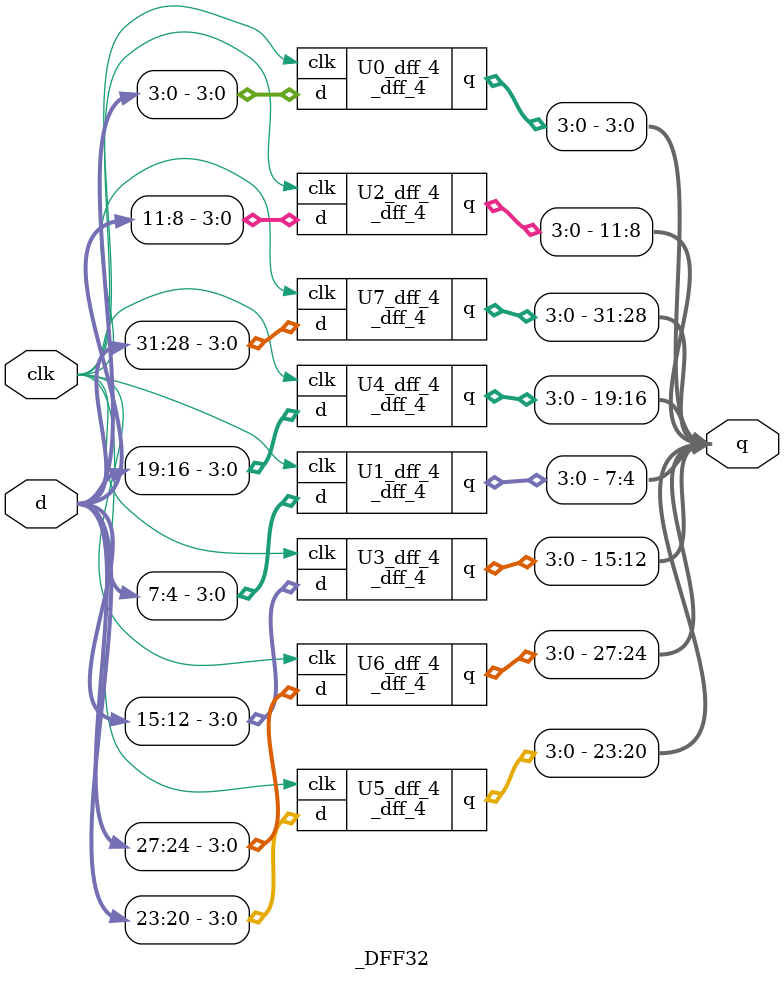
<source format=v>
module _inv(a, y);
	input a;
	output y;
	assign y = ~a;
endmodule

// 2-to-1 and gate
module _and2(a, b, y);
	input a, b;
	output y;
	assign y = a & b;
endmodule

// 2-to-1 nor gate
module _nor2(a, b, y);
	input a, b;
	output y;
	assign y = ~(a | b);
endmodule

// SR Latch
module _srlatch(r, s, q, q_bar);
	input r, s;
	output q, q_bar;

	_nor2 U0_nor2(.a(r), .b(q_bar), .y(q));
	_nor2 U1_nor2(.a(q), .b(s), .y(q_bar));
endmodule

// D Latch
module _dlatch(clk, d, q, q_bar);
	input clk, d;
	output q, q_bar;
	wire d_bar, r, s;

	_inv U0_inv(.a(d), .y(d_bar));
	_and2 U1_and2(.a(clk), .b(d_bar), .y(r));
	_and2 U2_and2(.a(clk), .b(d), .y(s));
	_srlatch U3_srlatch(.r(r), .s(s), .q(q), .q_bar(q_bar));
endmodule

// D Flip-Flop
module _dff(clk, d, q, q_bar);
	input clk, d;
	output q, q_bar;
	wire clk_bar, w_q;

	_inv U0_inv(.a(clk), .y(clk_bar));
	_dlatch U1_dlatch(.clk(clk_bar), .d(d), .q(w_q), .q_bar());
	_dlatch U2_dlatch(.clk(clk), .d(w_q), .q(q), .q_bar(q_bar));
endmodule

// Resettable D Flip-Flop(active-low)
module _dff_r(clk, reset_n, d, q);
	input clk, reset_n, d;
	output q;

	wire w_d;

	_and2 U0_and2(.a(d), .b(reset_n), .y(w_d));
	_dff U1_dff(.clk(clk), .d(w_d), .q(q), .q_bar());
endmodule

// 3bit Resettable D Flip-Flop(active-low)
module _dff_3_r(clk, reset_n, d, q);
	input clk, reset_n;
	input[2:0] d;
	output[2:0] q;

	_dff_r U0_dff_r(clk, reset_n, d[0], q[0]);
	_dff_r U1_dff_r(clk, reset_n, d[1], q[1]);
	_dff_r U2_dff_r(clk, reset_n, d[2], q[2]);
endmodule

// 4bit Resettable D Flip-Flop(active-low)
module _dff_4_r(clk, reset_n, d, q);
	input clk, reset_n;
	input[3:0] d;
	output[3:0] q;

	_dff_r U0_dff_r(clk, reset_n, d[0], q[0]);
	_dff_r U1_dff_r(clk, reset_n, d[1], q[1]);
	_dff_r U2_dff_r(clk, reset_n, d[2], q[2]);
	_dff_r U3_dff_r(clk, reset_n, d[3], q[3]);
endmodule

// 4bit D Flip-Flop
module _dff_4(clk, d, q);
	input clk;
	input[3:0] d;
	output[3:0] q;

	_dff U0_dff(.clk(clk), .d(d[0]), .q(q[0]), .q_bar());
	_dff U1_dff(.clk(clk), .d(d[1]), .q(q[1]), .q_bar());
	_dff U2_dff(.clk(clk), .d(d[2]), .q(q[2]), .q_bar());
	_dff U3_dff(.clk(clk), .d(d[3]), .q(q[3]), .q_bar());
endmodule

// 32bit D Flip-Flop
module _DFF32(clk, d, q);
	input clk;
	input[31:0] d;
	output[31:0] q;

	_dff_4 U0_dff_4(clk, d[3:0], q[3:0]);
	_dff_4 U1_dff_4(clk, d[7:4], q[7:4]);
	_dff_4 U2_dff_4(clk, d[11:8], q[11:8]);
	_dff_4 U3_dff_4(clk, d[15:12], q[15:12]);
	_dff_4 U4_dff_4(clk, d[19:16], q[19:16]);
	_dff_4 U5_dff_4(clk, d[23:20], q[23:20]);
	_dff_4 U6_dff_4(clk, d[27:24], q[27:24]);
	_dff_4 U7_dff_4(clk, d[31:28], q[31:28]);
endmodule






</source>
